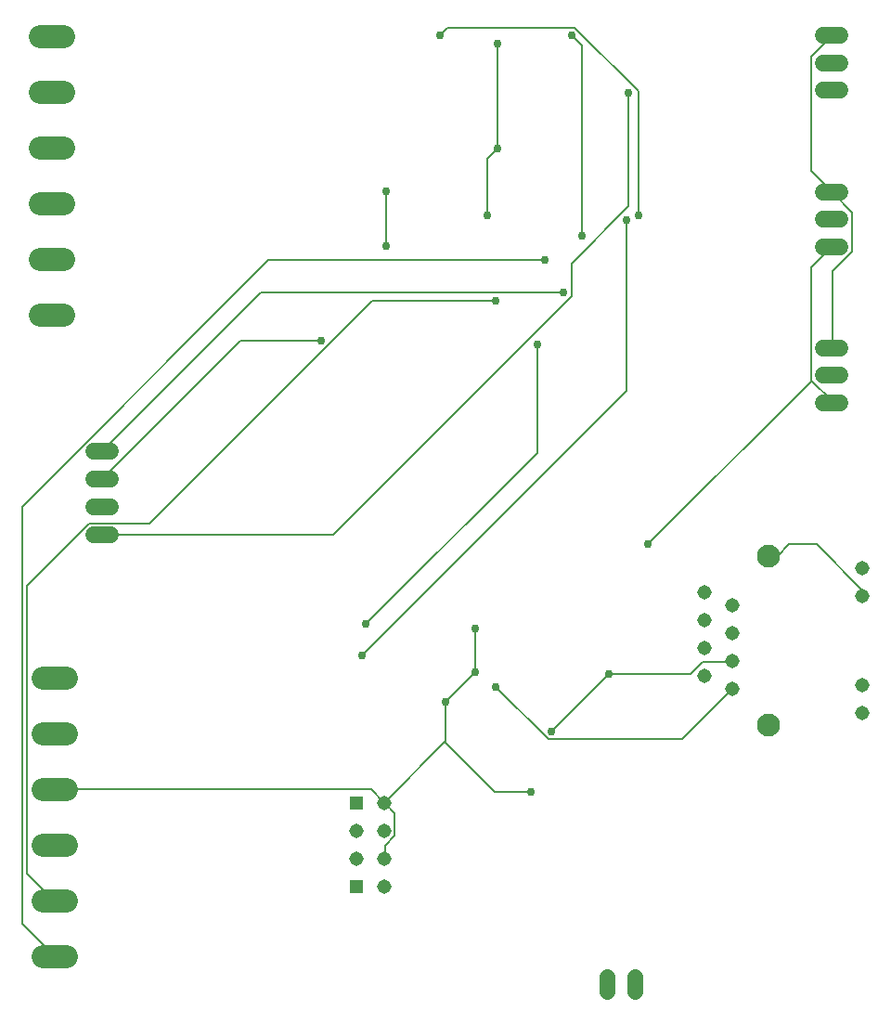
<source format=gbr>
G04 EAGLE Gerber RS-274X export*
G75*
%MOMM*%
%FSLAX34Y34*%
%LPD*%
%AMOC8*
5,1,8,0,0,1.08239X$1,22.5*%
G01*
%ADD10C,1.422400*%
%ADD11C,1.524000*%
%ADD12R,1.308000X1.308000*%
%ADD13C,1.308000*%
%ADD14C,2.095500*%
%ADD15C,2.100000*%
%ADD16C,0.203200*%
%ADD17C,0.756400*%


D10*
X600200Y32888D02*
X600200Y47112D01*
X574800Y47112D02*
X574800Y32888D01*
D11*
X772380Y620000D02*
X787620Y620000D01*
X787620Y595000D02*
X772380Y595000D01*
X772380Y570000D02*
X787620Y570000D01*
X787620Y762500D02*
X772380Y762500D01*
X772380Y737500D02*
X787620Y737500D01*
X787620Y712500D02*
X772380Y712500D01*
D12*
X346375Y129250D03*
X346375Y205450D03*
D13*
X346375Y154650D03*
X346375Y180050D03*
X371775Y180050D03*
X371775Y154650D03*
X371775Y129250D03*
X371775Y205450D03*
D14*
X78778Y904500D02*
X57823Y904500D01*
X57823Y853700D02*
X78778Y853700D01*
X78778Y650500D02*
X57823Y650500D01*
X57823Y802900D02*
X78778Y802900D01*
X78778Y752100D02*
X57823Y752100D01*
X57823Y701300D02*
X78778Y701300D01*
X81278Y319500D02*
X60323Y319500D01*
X60323Y268700D02*
X81278Y268700D01*
X81278Y65500D02*
X60323Y65500D01*
X60323Y217900D02*
X81278Y217900D01*
X81278Y167100D02*
X60323Y167100D01*
X60323Y116300D02*
X81278Y116300D01*
D11*
X772380Y905000D02*
X787620Y905000D01*
X787620Y880000D02*
X772380Y880000D01*
X772380Y855000D02*
X787620Y855000D01*
D15*
X722700Y275750D03*
X722700Y430650D03*
D13*
X808400Y419450D03*
X808400Y394050D03*
X808400Y312350D03*
X808400Y286950D03*
X664300Y397600D03*
X664300Y372200D03*
X664300Y346800D03*
X664300Y321400D03*
X689700Y385000D03*
X689700Y359600D03*
X689700Y334200D03*
X689700Y308800D03*
D11*
X122620Y449400D02*
X107380Y449400D01*
X107380Y474800D02*
X122620Y474800D01*
X122620Y500200D02*
X107380Y500200D01*
X107380Y525600D02*
X122620Y525600D01*
D16*
X373503Y713330D02*
X373503Y763334D01*
X780683Y689858D02*
X780683Y620464D01*
X780683Y689858D02*
X799052Y708227D01*
X799052Y743945D01*
X780683Y762314D01*
X780683Y620464D02*
X780000Y620000D01*
X780683Y762314D02*
X780000Y762500D01*
X761293Y885794D02*
X779662Y904163D01*
X761293Y885794D02*
X761293Y781703D01*
X779662Y763334D01*
X779662Y904163D02*
X780000Y905000D01*
X779662Y763334D02*
X780000Y762500D01*
X730678Y430651D02*
X723535Y430651D01*
X730678Y430651D02*
X740883Y440856D01*
X766396Y440856D01*
X808236Y399016D01*
X808236Y394934D01*
X723535Y430651D02*
X722700Y430650D01*
X808236Y394934D02*
X808400Y394050D01*
D17*
X373503Y713330D03*
X373503Y763334D03*
D16*
X511271Y623526D02*
X511271Y524537D01*
X355134Y368401D01*
D17*
X511271Y623526D03*
X355134Y368401D03*
D16*
X592911Y580665D02*
X592911Y736801D01*
X592911Y580665D02*
X352073Y339827D01*
D17*
X592911Y736801D03*
X352073Y339827D03*
D16*
X604136Y740883D02*
X604136Y854159D01*
X545968Y912327D01*
X429631Y912327D01*
X422487Y905184D01*
D17*
X604136Y740883D03*
X422487Y905184D03*
D16*
X518414Y700063D02*
X266351Y700063D01*
X41841Y475553D01*
X41841Y94907D01*
X70415Y66333D01*
X70800Y65500D01*
D17*
X518414Y700063D03*
D16*
X473512Y663325D02*
X361257Y663325D01*
X158178Y460246D01*
X103071Y460246D01*
X45923Y403098D01*
X45923Y140829D01*
X70415Y116337D01*
X70800Y116300D01*
D17*
X473512Y663325D03*
D16*
X466369Y740883D02*
X466369Y792929D01*
X475553Y802113D01*
X475553Y898040D01*
X779662Y572501D02*
X779662Y570460D01*
X761803Y590359D02*
X761293Y590870D01*
X761803Y590359D02*
X779662Y572501D01*
X761293Y590870D02*
X761293Y693940D01*
X779662Y712309D01*
X779662Y570460D02*
X780000Y570000D01*
X779662Y712309D02*
X780000Y712500D01*
X427590Y296966D02*
X427590Y261248D01*
X427079Y260738D02*
X372483Y206141D01*
X427079Y260738D02*
X427590Y261248D01*
X372483Y206141D02*
X371775Y205450D01*
X427590Y296966D02*
X455143Y324519D01*
X360237Y217367D02*
X71435Y217367D01*
X360237Y217367D02*
X371462Y206141D01*
X71435Y217367D02*
X70800Y217900D01*
X371462Y206141D02*
X371775Y205450D01*
X472492Y215326D02*
X506168Y215326D01*
X472492Y215326D02*
X427590Y260228D01*
X427079Y260738D01*
X455143Y324519D02*
X455143Y364319D01*
X372483Y166342D02*
X372483Y155116D01*
X372483Y166342D02*
X381667Y175526D01*
X381667Y195936D01*
X372483Y205121D01*
X372483Y155116D02*
X371775Y154650D01*
X372483Y205121D02*
X371775Y205450D01*
X612300Y440856D02*
X761293Y589849D01*
X761803Y590359D01*
D17*
X466369Y740883D03*
X475553Y802113D03*
X475553Y898040D03*
X427590Y296966D03*
X455143Y324519D03*
X506168Y215326D03*
X455143Y364319D03*
X612300Y440856D03*
D16*
X473512Y311253D02*
X521476Y263289D01*
X643936Y263289D01*
X688838Y308191D01*
X689700Y308800D01*
D17*
X473512Y311253D03*
D16*
X576583Y322478D02*
X651079Y322478D01*
X662305Y333704D01*
X688838Y333704D01*
X689700Y334200D01*
X576583Y322478D02*
X524537Y270433D01*
D17*
X576583Y322478D03*
X524537Y270433D03*
D16*
X552091Y722514D02*
X552091Y895999D01*
X542906Y905184D01*
D17*
X552091Y722514D03*
X542906Y905184D03*
D16*
X314314Y626587D02*
X240838Y626587D01*
X115317Y501066D01*
X115000Y500200D01*
D17*
X314314Y626587D03*
D16*
X594952Y749047D02*
X594952Y853138D01*
X594952Y749047D02*
X542906Y697002D01*
X542906Y667407D01*
X325540Y450041D01*
X115317Y450041D01*
X115000Y449400D01*
D17*
X594952Y853138D03*
D16*
X535763Y670469D02*
X259207Y670469D01*
X115317Y526578D01*
X115000Y525600D01*
D17*
X535763Y670469D03*
M02*

</source>
